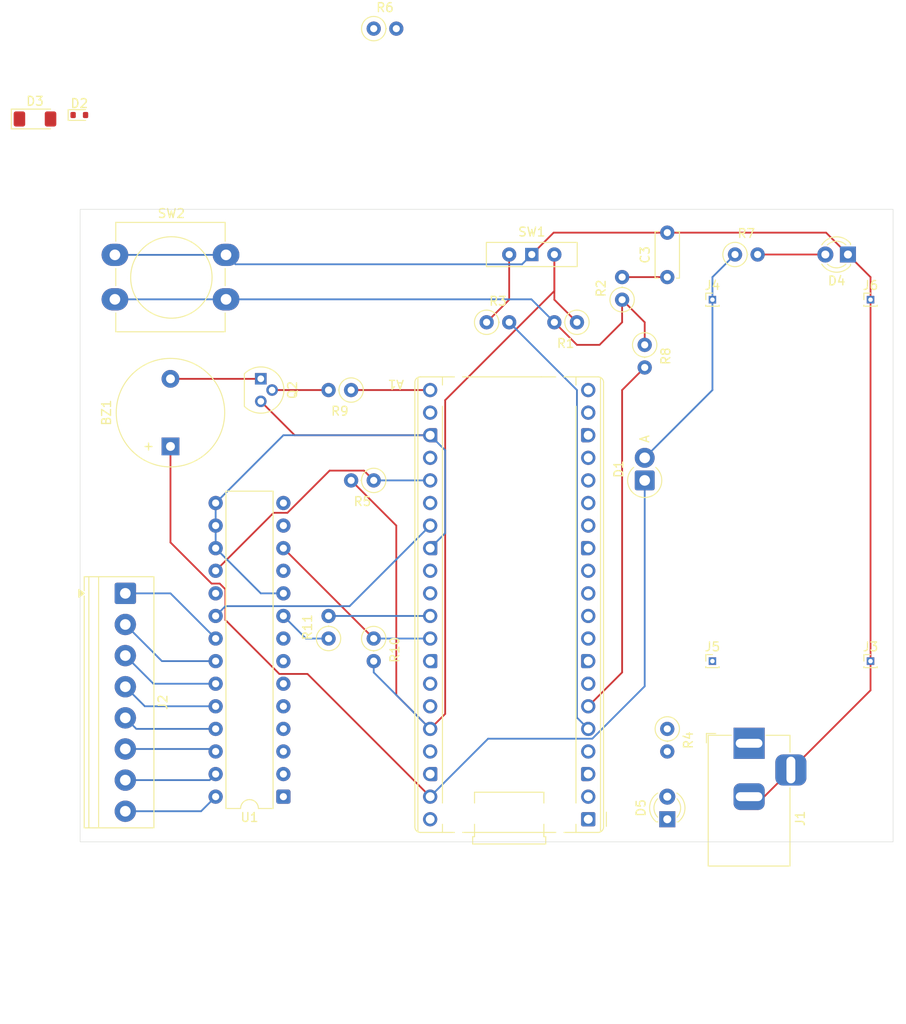
<source format=kicad_pcb>
(kicad_pcb (version 20241229) (generator "pcbnew") (generator_version "9.0")
  (layers (0 "F.Cu" signal) (2 "B.Cu" signal) (13 "F.Paste" user) (15 "B.Paste" user) (5 "F.SilkS" user "F.Silkscreen") (7 "B.SilkS" user "B.Silkscreen") (1 "F.Mask" user) (3 "B.Mask" user) (25 "Edge.Cuts" user))
  (net 0 "")
  (net 1 "GND")
  (net 10 "/RESET_SW")
  (net 12 "/ARM_DISARM")
  (net 16 "+3.3V")
  (net 21 "/INTA")
  (net 22 "/MCP_RESET")
  (net 23 "/UART_RX")
  (net 25 "/+5V_A")
  (net 27 "/UART_TX")
  (net 28 "/PICO_RUN")
  (net 30 "/VIN_PROT")
  (net 31 "Net-(C3-Pad1)")
  (net 32 "/VIN_RAW")
  (net 33 "Net-(D3-A)")
  (net 34 "/A7_IN")
  (net 35 "/A5_IN")
  (net 36 "/A4_IN")
  (net 37 "/A0_IN")
  (net 38 "/A2_IN")
  (net 39 "/A6_IN")
  (net 40 "/A1_IN")
  (net 41 "/A3_IN")
  (net 42 "Net-(SW2-B)")
  (net 43 "Net-(SW1-B)")
  (net 44 "/+5V_A_PRES")
  (net 49 "/SDA")
  (net 55 "/SCK")
  (net 59 "Net-(D4-A)")
  (net 60 "/BUZZER")
  (net 61 "Net-(Q2-B)")
  (net 62 "Net-(BZ1--)")
  (net 64 "Net-(D5-A)")
  (footprint "Connector_PinHeader_1.00mm:PinHeader_1x01_P1.00mm_Vertical" (layer "F.Cu") (at 170.18 137.16)
    (property "Reference" "J5" (at 0 -1.61 0) (layer "F.SilkS"))
    (property "Value" "01x01_Pin")
    (fp_line (start -0.745 -0.735) (end 0 -0.735) (stroke (width 0.12)) (layer "F.SilkS"))
    (fp_line (start -0.745 0) (end -0.745 -0.735) (stroke (width 0.12)) (layer "F.SilkS"))
    (fp_line (start -0.745 0.735) (end -0.745 0.61) (stroke (width 0.12)) (layer "F.SilkS"))
    (fp_line (start -0.745 0.735) (end -0.685565 0.735) (stroke (width 0.12)) (layer "F.SilkS"))
    (fp_line (start -0.745 0.735) (end 0.745 0.735) (stroke (width 0.12)) (layer "F.SilkS"))
    (fp_line (start 0.685565 0.735) (end 0.745 0.735) (stroke (width 0.12)) (layer "F.SilkS"))
    (fp_line (start 0.745 0.735) (end 0.745 0.61) (stroke (width 0.12)) (layer "F.SilkS"))
    (pad "1" thru_hole rect (at 0 0) (size 0.85 0.85) (drill 0.5) (layers "*.Cu" "*.Mask") (net 30 "/VIN_PROT"))
  )
  (footprint "Package_DIP:DIP-28_W7.62mm" (layer "F.Cu") (at 121.92 152.4 180)
    (property "Reference" "U1" (at 3.81 -2.33 0) (layer "F.SilkS"))
    (property "Value" "MCP23017_SP")
    (fp_line (start 6.46 34.35) (end 6.46 -1.33) (stroke (width 0.12)) (layer "F.SilkS"))
    (fp_line (start 6.46 -1.33) (end 4.81 -1.33) (stroke (width 0.12)) (layer "F.SilkS"))
    (fp_line (start 2.81 -1.33) (end 1.16 -1.33) (stroke (width 0.12)) (layer "F.SilkS"))
    (fp_line (start 1.16 34.35) (end 6.46 34.35) (stroke (width 0.12)) (layer "F.SilkS"))
    (fp_line (start 1.16 -1.33) (end 1.16 34.35) (stroke (width 0.12)) (layer "F.SilkS"))
    (fp_arc (start 4.81 -1.33) (mid 3.81 -0.33) (end 2.81 -1.33) (stroke (width 0.12)) (layer "F.SilkS"))
    (pad "1" thru_hole roundrect (at 0 0 180) (size 1.6 1.6) (drill 0.8) (layers "*.Cu" "*.Mask") (roundrect_rratio 0.15625))
    (pad "2" thru_hole circle (at 0 2.54 180) (size 1.6 1.6) (drill 0.8) (layers "*.Cu" "*.Mask"))
    (pad "3" thru_hole circle (at 0 5.08 180) (size 1.6 1.6) (drill 0.8) (layers "*.Cu" "*.Mask"))
    (pad "4" thru_hole circle (at 0 7.62 180) (size 1.6 1.6) (drill 0.8) (layers "*.Cu" "*.Mask"))
    (pad "5" thru_hole circle (at 0 10.16 180) (size 1.6 1.6) (drill 0.8) (layers "*.Cu" "*.Mask"))
    (pad "6" thru_hole circle (at 0 12.7 180) (size 1.6 1.6) (drill 0.8) (layers "*.Cu" "*.Mask"))
    (pad "7" thru_hole circle (at 0 15.24 180) (size 1.6 1.6) (drill 0.8) (layers "*.Cu" "*.Mask"))
    (pad "8" thru_hole circle (at 0 17.78 180) (size 1.6 1.6) (drill 0.8) (layers "*.Cu" "*.Mask"))
    (pad "9" thru_hole circle (at 0 20.32 180) (size 1.6 1.6) (drill 0.8) (layers "*.Cu" "*.Mask") (net 16 "+3.3V"))
    (pad "10" thru_hole circle (at 0 22.86 180) (size 1.6 1.6) (drill 0.8) (layers "*.Cu" "*.Mask") (net 1 "GND"))
    (pad "11" thru_hole circle (at 0 25.4 180) (size 1.6 1.6) (drill 0.8) (layers "*.Cu" "*.Mask"))
    (pad "12" thru_hole circle (at 0 27.94 180) (size 1.6 1.6) (drill 0.8) (layers "*.Cu" "*.Mask") (net 55 "/SCK"))
    (pad "13" thru_hole circle (at 0 30.48 180) (size 1.6 1.6) (drill 0.8) (layers "*.Cu" "*.Mask") (net 49 "/SDA"))
    (pad "14" thru_hole circle (at 0 33.02 180) (size 1.6 1.6) (drill 0.8) (layers "*.Cu" "*.Mask"))
    (pad "15" thru_hole circle (at 7.62 33.02 180) (size 1.6 1.6) (drill 0.8) (layers "*.Cu" "*.Mask") (net 1 "GND"))
    (pad "16" thru_hole circle (at 7.62 30.48 180) (size 1.6 1.6) (drill 0.8) (layers "*.Cu" "*.Mask") (net 1 "GND"))
    (pad "17" thru_hole circle (at 7.62 27.94 180) (size 1.6 1.6) (drill 0.8) (layers "*.Cu" "*.Mask") (net 1 "GND"))
    (pad "18" thru_hole circle (at 7.62 25.4 180) (size 1.6 1.6) (drill 0.8) (layers "*.Cu" "*.Mask") (net 22 "/MCP_RESET"))
    (pad "19" thru_hole circle (at 7.62 22.86 180) (size 1.6 1.6) (drill 0.8) (layers "*.Cu" "*.Mask"))
    (pad "20" thru_hole circle (at 7.62 20.32 180) (size 1.6 1.6) (drill 0.8) (layers "*.Cu" "*.Mask") (net 21 "/INTA"))
    (pad "21" thru_hole circle (at 7.62 17.78 180) (size 1.6 1.6) (drill 0.8) (layers "*.Cu" "*.Mask") (net 37 "/A0_IN"))
    (pad "22" thru_hole circle (at 7.62 15.24 180) (size 1.6 1.6) (drill 0.8) (layers "*.Cu" "*.Mask") (net 40 "/A1_IN"))
    (pad "23" thru_hole circle (at 7.62 12.7 180) (size 1.6 1.6) (drill 0.8) (layers "*.Cu" "*.Mask") (net 38 "/A2_IN"))
    (pad "24" thru_hole circle (at 7.62 10.16 180) (size 1.6 1.6) (drill 0.8) (layers "*.Cu" "*.Mask") (net 41 "/A3_IN"))
    (pad "25" thru_hole circle (at 7.62 7.62 180) (size 1.6 1.6) (drill 0.8) (layers "*.Cu" "*.Mask") (net 36 "/A4_IN"))
    (pad "26" thru_hole circle (at 7.62 5.08 180) (size 1.6 1.6) (drill 0.8) (layers "*.Cu" "*.Mask") (net 35 "/A5_IN"))
    (pad "27" thru_hole circle (at 7.62 2.54 180) (size 1.6 1.6) (drill 0.8) (layers "*.Cu" "*.Mask") (net 39 "/A6_IN"))
    (pad "28" thru_hole circle (at 7.62 0 180) (size 1.6 1.6) (drill 0.8) (layers "*.Cu" "*.Mask") (net 34 "/A7_IN"))
  )
  (footprint "Resistor_THT:R_Axial_DIN0207_L6.3mm_D2.5mm_P2.54mm_Vertical" (layer "F.Cu") (at 132.08 66.04)
    (property "Reference" "R6" (at 1.27 -2.37 0) (layer "F.SilkS"))
    (property "Value" "10k")
    (fp_line (start 1.37 0) (end 1.44 0) (stroke (width 0.12)) (layer "F.SilkS"))
    (fp_circle (center 0 0) (end 1.37 0) (stroke (width 0.12)) (fill no) (layer "F.SilkS"))
    (pad "1" thru_hole circle (at 0 0) (size 1.6 1.6) (drill 0.8) (layers "*.Cu" "*.Mask") (net 33 "Net-(D3-A)"))
    (pad "2" thru_hole circle (at 2.54 0) (size 1.6 1.6) (drill 0.8) (layers "*.Cu" "*.Mask") (net 1 "GND"))
  )
  (footprint "Module:RaspberryPi_Pico_Common_THT" (layer "F.Cu") (at 156.21 154.94 180)
    (property "Reference" "A1" (at 20.6375 48.895 180) (layer "F.SilkS") (effects (justify left)))
    (property "Value" "RaspberryPi_Pico_W")
    (fp_line (start 19.5 -0.87) (end 19.5 49.13) (stroke (width 0.12)) (layer "F.SilkS"))
    (fp_line (start 19.16 49.677) (end 19.16 -1.417) (stroke (width 0.12)) (layer "F.SilkS"))
    (fp_line (start 18.89 -1.48) (end 16.4 -1.48) (stroke (width 0.12)) (layer "F.SilkS"))
    (fp_line (start 16.4 48.82648) (end 16.4 49.74) (stroke (width 0.12)) (layer "F.SilkS"))
    (fp_line (start 16.4 1.82648) (end 16.4 46.43352) (stroke (width 0.12)) (layer "F.SilkS"))
    (fp_line (start 16.4 -1.48) (end 16.4 -0.56648) (stroke (width 0.12)) (layer "F.SilkS"))
    (fp_line (start 15.052061 49.74) (end 18.89 49.74) (stroke (width 0.12)) (layer "F.SilkS"))
    (fp_line (start 15.052061 -1.48) (end 16.4 -1.48) (stroke (width 0.12)) (layer "F.SilkS"))
    (fp_line (start 14.127939 49.74) (end 12.49 49.74) (stroke (width 0.12)) (layer "F.SilkS"))
    (fp_line (start 13.125 -1.48) (end 14.127939 -1.48) (stroke (width 0.12)) (layer "F.SilkS"))
    (fp_line (start 13 -1.96) (end 12.79 -1.96) (stroke (width 0.12)) (layer "F.SilkS"))
    (fp_line (start 13 -2.78) (end 13 -1.96) (stroke (width 0.12)) (layer "F.SilkS"))
    (fp_line (start 12.79 3.04) (end 4.99 3.04) (stroke (width 0.12)) (layer "F.SilkS"))
    (fp_line (start 12.79 1.824) (end 12.79 3.04) (stroke (width 0.12)) (layer "F.SilkS"))
    (fp_line (start 12.79 -1.96) (end 12.79 -0.564) (stroke (width 0.12)) (layer "F.SilkS"))
    (fp_line (start 12.49 49.74) (end 5.29 49.74) (stroke (width 0.12)) (layer "F.SilkS"))
    (fp_line (start 5.29 49.74) (end 3.652061 49.74) (stroke (width 0.12)) (layer "F.SilkS"))
    (fp_line (start 4.99 1.824) (end 4.99 3.04) (stroke (width 0.12)) (layer "F.SilkS"))
    (fp_line (start 4.99 -1.96) (end 4.99 -0.564) (stroke (width 0.12)) (layer "F.SilkS"))
    (fp_line (start 4.78 -1.96) (end 4.99 -1.96) (stroke (width 0.12)) (layer "F.SilkS"))
    (fp_line (start 4.78 -2.78) (end 13 -2.78) (stroke (width 0.12)) (layer "F.SilkS"))
    (fp_line (start 4.78 -2.78) (end 4.78 -1.96) (stroke (width 0.12)) (layer "F.SilkS"))
    (fp_line (start 4.655 -1.48) (end 13.125 -1.48) (stroke (width 0.12)) (layer "F.SilkS"))
    (fp_line (start 3.652061 -1.48) (end 4.655 -1.48) (stroke (width 0.12)) (layer "F.SilkS"))
    (fp_line (start 1.38 48.82648) (end 1.38 49.74) (stroke (width 0.12)) (layer "F.SilkS"))
    (fp_line (start 1.38 1.82648) (end 1.38 46.43352) (stroke (width 0.12)) (layer "F.SilkS"))
    (fp_line (start 1.38 -1.48) (end 2.72794 -1.48) (stroke (width 0.12)) (layer "F.SilkS"))
    (fp_line (start 1.38 -1.48) (end 1.38 -0.56648) (stroke (width 0.12)) (layer "F.SilkS"))
    (fp_line (start -1.11 49.74) (end 2.727939 49.74) (stroke (width 0.12)) (layer "F.SilkS"))
    (fp_line (start -1.11 -1.48) (end 1.38 -1.48) (stroke (width 0.12)) (layer "F.SilkS"))
    (fp_line (start -1.38 -1.417) (end -1.38 49.677) (stroke (width 0.12)) (layer "F.SilkS"))
    (fp_line (start -1.72 -0.87) (end -1.72 49.13) (stroke (width 0.12)) (layer "F.SilkS"))
    (fp_line (start -2.04 0.8) (end -2.04 -0.8) (stroke (width 0.12)) (layer "F.SilkS"))
    (fp_arc (start 19.5 49.13) (mid 19.321335 49.561335) (end 18.89 49.74) (stroke (width 0.12)) (layer "F.SilkS"))
    (fp_arc (start 18.89 -1.48) (mid 19.321335 -1.301335) (end 19.5 -0.87) (stroke (width 0.12)) (layer "F.SilkS"))
    (fp_arc (start -1.11 49.74) (mid -1.541364 49.561364) (end -1.72 49.13) (stroke (width 0.12)) (layer "F.SilkS"))
    (fp_arc (start -1.72 -0.87) (mid -1.541335 -1.301335) (end -1.11 -1.48) (stroke (width 0.12)) (layer "F.SilkS"))
    (pad "1" thru_hole roundrect (at 0 0 180) (size 1.6 1.6) (drill 1) (layers "*.Cu" "*.Mask") (roundrect_rratio 0.125) (net 23 "/UART_RX"))
    (pad "2" thru_hole circle (at 0 2.54 180) (size 1.6 1.6) (drill 1) (layers "*.Cu" "*.Mask") (net 27 "/UART_TX"))
    (pad "3" thru_hole custom (at 0 5.08 180) (size 1.6 1.6) (drill 1) (layers "*.Cu" "*.Mask") (net 1 "GND") (options (clearance outline) (anchor circle)) (primitives (gr_poly (pts (xy 0.8 0.6) (xy 0.8 -0.6) (xy 0.6 -0.8) (xy 0 -0.8) (xy 0 0.8) (xy 0.6 0.8)) (width 0) (fill yes)) (gr_circle (center 0.6 0.6) (end 0.8 0.6) (width 0) (fill yes)) (gr_circle (center 0.6 -0.6) (end 0.8 -0.6) (width 0) (fill yes))))
    (pad "4" thru_hole circle (at 0 7.62 180) (size 1.6 1.6) (drill 1) (layers "*.Cu" "*.Mask"))
    (pad "5" thru_hole circle (at 0 10.16 180) (size 1.6 1.6) (drill 1) (layers "*.Cu" "*.Mask") (net 12 "/ARM_DISARM"))
    (pad "6" thru_hole circle (at 0 12.7 180) (size 1.6 1.6) (drill 1) (layers "*.Cu" "*.Mask") (net 10 "/RESET_SW"))
    (pad "7" thru_hole circle (at 0 15.24 180) (size 1.6 1.6) (drill 1) (layers "*.Cu" "*.Mask"))
    (pad "8" thru_hole custom (at 0 17.78 180) (size 1.6 1.6) (drill 1) (layers "*.Cu" "*.Mask") (net 1 "GND") (options (clearance outline) (anchor circle)) (primitives (gr_poly (pts (xy 0.8 0.6) (xy 0.8 -0.6) (xy 0.6 -0.8) (xy 0 -0.8) (xy 0 0.8) (xy 0.6 0.8)) (width 0) (fill yes)) (gr_circle (center 0.6 0.6) (end 0.8 0.6) (width 0) (fill yes)) (gr_circle (center 0.6 -0.6) (end 0.8 -0.6) (width 0) (fill yes))))
    (pad "9" thru_hole circle (at 0 20.32 180) (size 1.6 1.6) (drill 1) (layers "*.Cu" "*.Mask"))
    (pad "10" thru_hole circle (at 0 22.86 180) (size 1.6 1.6) (drill 1) (layers "*.Cu" "*.Mask"))
    (pad "11" thru_hole circle (at 0 25.4 180) (size 1.6 1.6) (drill 1) (layers "*.Cu" "*.Mask"))
    (pad "12" thru_hole circle (at 0 27.94 180) (size 1.6 1.6) (drill 1) (layers "*.Cu" "*.Mask"))
    (pad "13" thru_hole custom (at 0 30.48 180) (size 1.6 1.6) (drill 1) (layers "*.Cu" "*.Mask") (net 1 "GND") (options (clearance outline) (anchor circle)) (primitives (gr_poly (pts (xy 0.8 0.6) (xy 0.8 -0.6) (xy 0.6 -0.8) (xy 0 -0.8) (xy 0 0.8) (xy 0.6 0.8)) (width 0) (fill yes)) (gr_circle (center 0.6 0.6) (end 0.8 0.6) (width 0) (fill yes)) (gr_circle (center 0.6 -0.6) (end 0.8 -0.6) (width 0) (fill yes))))
    (pad "14" thru_hole circle (at 0 33.02 180) (size 1.6 1.6) (drill 1) (layers "*.Cu" "*.Mask"))
    (pad "15" thru_hole circle (at 0 35.56 180) (size 1.6 1.6) (drill 1) (layers "*.Cu" "*.Mask"))
    (pad "16" thru_hole circle (at 0 38.1 180) (size 1.6 1.6) (drill 1) (layers "*.Cu" "*.Mask"))
    (pad "17" thru_hole circle (at 0 40.64 180) (size 1.6 1.6) (drill 1) (layers "*.Cu" "*.Mask"))
    (pad "18" thru_hole custom (at 0 43.18 180) (size 1.6 1.6) (drill 1) (layers "*.Cu" "*.Mask") (net 1 "GND") (options (clearance outline) (anchor circle)) (primitives (gr_poly (pts (xy 0.8 0.6) (xy 0.8 -0.6) (xy 0.6 -0.8) (xy 0 -0.8) (xy 0 0.8) (xy 0.6 0.8)) (width 0) (fill yes)) (gr_circle (center 0.6 0.6) (end 0.8 0.6) (width 0) (fill yes)) (gr_circle (center 0.6 -0.6) (end 0.8 -0.6) (width 0) (fill yes))))
    (pad "19" thru_hole circle (at 0 45.72 180) (size 1.6 1.6) (drill 1) (layers "*.Cu" "*.Mask"))
    (pad "20" thru_hole circle (at 0 48.26 180) (size 1.6 1.6) (drill 1) (layers "*.Cu" "*.Mask"))
    (pad "21" thru_hole circle (at 17.78 48.26 180) (size 1.6 1.6) (drill 1) (layers "*.Cu" "*.Mask") (net 60 "/BUZZER"))
    (pad "22" thru_hole circle (at 17.78 45.72 180) (size 1.6 1.6) (drill 1) (layers "*.Cu" "*.Mask"))
    (pad "23" thru_hole custom (at 17.78 43.18 180) (size 1.6 1.6) (drill 1) (layers "*.Cu" "*.Mask") (net 1 "GND") (options (clearance outline) (anchor circle)) (primitives (gr_poly (pts (xy -0.8 0.6) (xy -0.8 -0.6) (xy -0.6 -0.8) (xy 0 -0.8) (xy 0 0.8) (xy -0.6 0.8)) (width 0) (fill yes)) (gr_circle (center -0.6 0.6) (end -0.4 0.6) (width 0) (fill yes)) (gr_circle (center -0.6 -0.6) (end -0.4 -0.6) (width 0) (fill yes))))
    (pad "24" thru_hole circle (at 17.78 40.64 180) (size 1.6 1.6) (drill 1) (layers "*.Cu" "*.Mask"))
    (pad "25" thru_hole circle (at 17.78 38.1 180) (size 1.6 1.6) (drill 1) (layers "*.Cu" "*.Mask") (net 22 "/MCP_RESET"))
    (pad "26" thru_hole circle (at 17.78 35.56 180) (size 1.6 1.6) (drill 1) (layers "*.Cu" "*.Mask"))
    (pad "27" thru_hole circle (at 17.78 33.02 180) (size 1.6 1.6) (drill 1) (layers "*.Cu" "*.Mask") (net 21 "/INTA"))
    (pad "28" thru_hole custom (at 17.78 30.48 180) (size 1.6 1.6) (drill 1) (layers "*.Cu" "*.Mask") (net 1 "GND") (options (clearance outline) (anchor circle)) (primitives (gr_poly (pts (xy -0.8 0.6) (xy -0.8 -0.6) (xy -0.6 -0.8) (xy 0 -0.8) (xy 0 0.8) (xy -0.6 0.8)) (width 0) (fill yes)) (gr_circle (center -0.6 0.6) (end -0.4 0.6) (width 0) (fill yes)) (gr_circle (center -0.6 -0.6) (end -0.4 -0.6) (width 0) (fill yes))))
    (pad "29" thru_hole circle (at 17.78 27.94 180) (size 1.6 1.6) (drill 1) (layers "*.Cu" "*.Mask"))
    (pad "30" thru_hole circle (at 17.78 25.4 180) (size 1.6 1.6) (drill 1) (layers "*.Cu" "*.Mask") (net 28 "/PICO_RUN"))
    (pad "31" thru_hole circle (at 17.78 22.86 180) (size 1.6 1.6) (drill 1) (layers "*.Cu" "*.Mask") (net 49 "/SDA"))
    (pad "32" thru_hole circle (at 17.78 20.32 180) (size 1.6 1.6) (drill 1) (layers "*.Cu" "*.Mask") (net 55 "/SCK"))
    (pad "33" thru_hole custom (at 17.78 17.78 180) (size 1.6 1.6) (drill 1) (layers "*.Cu" "*.Mask") (options (clearance outline) (anchor circle)) (primitives (gr_poly (pts (xy -0.8 0.6) (xy -0.8 -0.6) (xy -0.6 -0.8) (xy 0 -0.8) (xy 0 0.8) (xy -0.6 0.8)) (width 0) (fill yes)) (gr_circle (center -0.6 0.6) (end -0.4 0.6) (width 0) (fill yes)) (gr_circle (center -0.6 -0.6) (end -0.4 -0.6) (width 0) (fill yes))))
    (pad "34" thru_hole circle (at 17.78 15.24 180) (size 1.6 1.6) (drill 1) (layers "*.Cu" "*.Mask"))
    (pad "35" thru_hole circle (at 17.78 12.7 180) (size 1.6 1.6) (drill 1) (layers "*.Cu" "*.Mask"))
    (pad "36" thru_hole circle (at 17.78 10.16 180) (size 1.6 1.6) (drill 1) (layers "*.Cu" "*.Mask") (net 16 "+3.3V"))
    (pad "37" thru_hole circle (at 17.78 7.62 180) (size 1.6 1.6) (drill 1) (layers "*.Cu" "*.Mask"))
    (pad "38" thru_hole custom (at 17.78 5.08 180) (size 1.6 1.6) (drill 1) (layers "*.Cu" "*.Mask") (net 1 "GND") (options (clearance outline) (anchor circle)) (primitives (gr_poly (pts (xy -0.8 0.6) (xy -0.8 -0.6) (xy -0.6 -0.8) (xy 0 -0.8) (xy 0 0.8) (xy -0.6 0.8)) (width 0) (fill yes)) (gr_circle (center -0.6 0.6) (end -0.4 0.6) (width 0) (fill yes)) (gr_circle (center -0.6 -0.6) (end -0.4 -0.6) (width 0) (fill yes))))
    (pad "39" thru_hole circle (at 17.78 2.54 180) (size 1.6 1.6) (drill 1) (layers "*.Cu" "*.Mask") (net 25 "/+5V_A"))
    (pad "40" thru_hole circle (at 17.78 0 180) (size 1.6 1.6) (drill 1) (layers "*.Cu" "*.Mask"))
  )
  (footprint "Resistor_THT:R_Axial_DIN0207_L6.3mm_D2.5mm_P2.54mm_Vertical" (layer "F.Cu") (at 144.78 99.06)
    (property "Reference" "R3" (at 1.27 -2.37 0) (layer "F.SilkS"))
    (property "Value" "1k")
    (fp_line (start 1.37 0) (end 1.44 0) (stroke (width 0.12)) (layer "F.SilkS"))
    (fp_circle (center 0 0) (end 1.37 0) (stroke (width 0.12)) (fill no) (layer "F.SilkS"))
    (pad "1" thru_hole circle (at 0 0) (size 1.6 1.6) (drill 0.8) (layers "*.Cu" "*.Mask") (net 43 "Net-(SW1-B)"))
    (pad "2" thru_hole circle (at 2.54 0) (size 1.6 1.6) (drill 0.8) (layers "*.Cu" "*.Mask") (net 12 "/ARM_DISARM"))
  )
  (footprint "Resistor_THT:R_Axial_DIN0207_L6.3mm_D2.5mm_P2.54mm_Vertical" (layer "F.Cu") (at 132.08 116.84 180)
    (property "Reference" "R5" (at 1.27 -2.37 0) (layer "F.SilkS"))
    (property "Value" "10k")
    (fp_line (start 1.37 0) (end 1.44 0) (stroke (width 0.12)) (layer "F.SilkS"))
    (fp_circle (center 0 0) (end 1.37 0) (stroke (width 0.12)) (fill no) (layer "F.SilkS"))
    (pad "1" thru_hole circle (at 0 0 180) (size 1.6 1.6) (drill 0.8) (layers "*.Cu" "*.Mask") (net 22 "/MCP_RESET"))
    (pad "2" thru_hole circle (at 2.54 0 180) (size 1.6 1.6) (drill 0.8) (layers "*.Cu" "*.Mask") (net 16 "+3.3V"))
  )
  (footprint "Resistor_THT:R_Axial_DIN0207_L6.3mm_D2.5mm_P2.54mm_Vertical" (layer "F.Cu") (at 132.08 134.62 -90)
    (property "Reference" "R10" (at 1.27 -2.37 90) (layer "F.SilkS"))
    (property "Value" "4,7k")
    (fp_line (start 1.37 0) (end 1.44 0) (stroke (width 0.12)) (layer "F.SilkS"))
    (fp_circle (center 0 0) (end 1.37 0) (stroke (width 0.12)) (fill no) (layer "F.SilkS"))
    (pad "1" thru_hole circle (at 0 0 270) (size 1.6 1.6) (drill 0.8) (layers "*.Cu" "*.Mask") (net 55 "/SCK"))
    (pad "2" thru_hole circle (at 2.54 0 270) (size 1.6 1.6) (drill 0.8) (layers "*.Cu" "*.Mask") (net 16 "+3.3V"))
  )
  (footprint "Resistor_THT:R_Axial_DIN0207_L6.3mm_D2.5mm_P2.54mm_Vertical" (layer "F.Cu") (at 127 134.62 90)
    (property "Reference" "R11" (at 1.27 -2.37 90) (layer "F.SilkS"))
    (property "Value" "4,7k")
    (fp_line (start 1.37 0) (end 1.44 0) (stroke (width 0.12)) (layer "F.SilkS"))
    (fp_circle (center 0 0) (end 1.37 0) (stroke (width 0.12)) (fill no) (layer "F.SilkS"))
    (pad "1" thru_hole circle (at 0 0 90) (size 1.6 1.6) (drill 0.8) (layers "*.Cu" "*.Mask") (net 16 "+3.3V"))
    (pad "2" thru_hole circle (at 2.54 0 90) (size 1.6 1.6) (drill 0.8) (layers "*.Cu" "*.Mask") (net 49 "/SDA"))
  )
  (footprint "Diode_SMD:D_SOD-523" (layer "F.Cu") (at 98.97 75.755)
    (property "Reference" "D2" (at 0 -1.3 0) (layer "F.SilkS"))
    (property "Value" "ESD5Zxx")
    (fp_line (start -1.26 -0.6) (end -1.26 0.6) (stroke (width 0.12)) (layer "F.SilkS"))
    (fp_line (start 0.7 -0.6) (end -1.26 -0.6) (stroke (width 0.12)) (layer "F.SilkS"))
    (fp_line (start 0.7 0.6) (end -1.26 0.6) (stroke (width 0.12)) (layer "F.SilkS"))
    (pad "1" smd roundrect (at -0.7 0 180) (size 0.6 0.7) (layers "F.Cu" "F.Mask" "F.Paste") (net 32 "/VIN_RAW"))
    (pad "2" smd roundrect (at 0.7 0 180) (size 0.6 0.7) (layers "F.Cu" "F.Mask" "F.Paste") (net 1 "GND"))
  )
  (footprint "Resistor_THT:R_Axial_DIN0207_L6.3mm_D2.5mm_P2.54mm_Vertical" (layer "F.Cu") (at 162.56 101.6 -90)
    (property "Reference" "R8" (at 1.27 -2.37 90) (layer "F.SilkS"))
    (property "Value" "1k")
    (fp_line (start 1.37 0) (end 1.44 0) (stroke (width 0.12)) (layer "F.SilkS"))
    (fp_circle (center 0 0) (end 1.37 0) (stroke (width 0.12)) (fill no) (layer "F.SilkS"))
    (pad "1" thru_hole circle (at 0 0 270) (size 1.6 1.6) (drill 0.8) (layers "*.Cu" "*.Mask") (net 42 "Net-(SW2-B)"))
    (pad "2" thru_hole circle (at 2.54 0 270) (size 1.6 1.6) (drill 0.8) (layers "*.Cu" "*.Mask") (net 10 "/RESET_SW"))
  )
  (footprint "Resistor_THT:R_Axial_DIN0207_L6.3mm_D2.5mm_P2.54mm_Vertical" (layer "F.Cu") (at 172.72 91.44)
    (property "Reference" "R7" (at 1.27 -2.37 0) (layer "F.SilkS"))
    (property "Value" "1k")
    (fp_line (start 1.37 0) (end 1.44 0) (stroke (width 0.12)) (layer "F.SilkS"))
    (fp_circle (center 0 0) (end 1.37 0) (stroke (width 0.12)) (fill no) (layer "F.SilkS"))
    (pad "1" thru_hole circle (at 0 0) (size 1.6 1.6) (drill 0.8) (layers "*.Cu" "*.Mask") (net 44 "/+5V_A_PRES"))
    (pad "2" thru_hole circle (at 2.54 0) (size 1.6 1.6) (drill 0.8) (layers "*.Cu" "*.Mask") (net 59 "Net-(D4-A)"))
  )
  (footprint "Connector_PinHeader_1.00mm:PinHeader_1x01_P1.00mm_Vertical" (layer "F.Cu") (at 170.18 96.52)
    (property "Reference" "J4" (at 0 -1.61 0) (layer "F.SilkS"))
    (property "Value" "01x01_Pin")
    (fp_line (start -0.745 -0.735) (end 0 -0.735) (stroke (width 0.12)) (layer "F.SilkS"))
    (fp_line (start -0.745 0) (end -0.745 -0.735) (stroke (width 0.12)) (layer "F.SilkS"))
    (fp_line (start -0.745 0.735) (end -0.745 0.61) (stroke (width 0.12)) (layer "F.SilkS"))
    (fp_line (start -0.745 0.735) (end -0.685565 0.735) (stroke (width 0.12)) (layer "F.SilkS"))
    (fp_line (start -0.745 0.735) (end 0.745 0.735) (stroke (width 0.12)) (layer "F.SilkS"))
    (fp_line (start 0.685565 0.735) (end 0.745 0.735) (stroke (width 0.12)) (layer "F.SilkS"))
    (fp_line (start 0.745 0.735) (end 0.745 0.61) (stroke (width 0.12)) (layer "F.SilkS"))
    (pad "1" thru_hole rect (at 0 0) (size 0.85 0.85) (drill 0.5) (layers "*.Cu" "*.Mask") (net 44 "/+5V_A_PRES"))
  )
  (footprint "Connector_BarrelJack:BarrelJack_Horizontal" (layer "F.Cu") (at 174.3025 146.4 90)
    (property "Reference" "J1" (at -8.45 5.75 90) (layer "F.SilkS"))
    (property "Value" "Barrel_Jack_Switch")
    (fp_line (start 0.05 -4.8) (end 1.1 -4.8) (stroke (width 0.12)) (layer "F.SilkS"))
    (fp_line (start 0.9 -4.6) (end 0.9 -2) (stroke (width 0.12)) (layer "F.SilkS"))
    (fp_line (start -13.8 -4.6) (end 0.9 -4.6) (stroke (width 0.12)) (layer "F.SilkS"))
    (fp_line (start 1.1 -3.75) (end 1.1 -4.8) (stroke (width 0.12)) (layer "F.SilkS"))
    (fp_line (start 0.9 1.9) (end 0.9 4.6) (stroke (width 0.12)) (layer "F.SilkS"))
    (fp_line (start 0.9 4.6) (end -1 4.6) (stroke (width 0.12)) (layer "F.SilkS"))
    (fp_line (start -5 4.6) (end -13.8 4.6) (stroke (width 0.12)) (layer "F.SilkS"))
    (fp_line (start -13.8 4.6) (end -13.8 -4.6) (stroke (width 0.12)) (layer "F.SilkS"))
    (pad "1" thru_hole rect (at 0 0 90) (size 3.5 3.5) (drill oval 1 3) (layers "*.Cu" "*.Mask") (net 32 "/VIN_RAW"))
    (pad "2" thru_hole roundrect (at -6 0 90) (size 3 3.5) (drill oval 1 3) (layers "*.Cu" "*.Mask") (net 1 "GND"))
    (pad "3" thru_hole roundrect (at -3 4.7 90) (size 3.5 3.5) (drill oval 3 1) (layers "*.Cu" "*.Mask") (net 1 "GND"))
  )
  (footprint "Resistor_THT:R_Axial_DIN0207_L6.3mm_D2.5mm_P2.54mm_Vertical" (layer "F.Cu") (at 160.02 96.52 90)
    (property "Reference" "R2" (at 1.27 -2.37 90) (layer "F.SilkS"))
    (property "Value" "1k")
    (fp_line (start 1.37 0) (end 1.44 0) (stroke (width 0.12)) (layer "F.SilkS"))
    (fp_circle (center 0 0) (end 1.37 0) (stroke (width 0.12)) (fill no) (layer "F.SilkS"))
    (pad "1" thru_hole circle (at 0 0 90) (size 1.6 1.6) (drill 0.8) (layers "*.Cu" "*.Mask") (net 42 "Net-(SW2-B)"))
    (pad "2" thru_hole circle (at 2.54 0 90) (size 1.6 1.6) (drill 0.8) (layers "*.Cu" "*.Mask") (net 31 "Net-(C3-Pad1)"))
  )
  (footprint "Diode_SMD:D_MiniMELF" (layer "F.Cu") (at 93.98 76.2)
    (property "Reference" "D3" (at 0 -2 0) (layer "F.SilkS"))
    (property "Value" "BZV55B12")
    (fp_line (start -2.66 -1.11) (end -2.66 1.11) (stroke (width 0.12)) (layer "F.SilkS"))
    (fp_line (start -2.66 1.11) (end 1.75 1.11) (stroke (width 0.12)) (layer "F.SilkS"))
    (fp_line (start 1.75 -1.11) (end -2.66 -1.11) (stroke (width 0.12)) (layer "F.SilkS"))
    (pad "1" smd roundrect (at -1.75 0) (size 1.3 1.7) (layers "F.Cu" "F.Mask" "F.Paste") (roundrect_rratio 0.1923076923) (net 30 "/VIN_PROT"))
    (pad "2" smd roundrect (at 1.75 0) (size 1.3 1.7) (layers "F.Cu" "F.Mask" "F.Paste") (roundrect_rratio 0.1923076923) (net 33 "Net-(D3-A)"))
  )
  (footprint "Resistor_THT:R_Axial_DIN0207_L6.3mm_D2.5mm_P2.54mm_Vertical" (layer "F.Cu") (at 154.94 99.06 180)
    (property "Reference" "R1" (at 1.27 -2.37 0) (layer "F.SilkS"))
    (property "Value" "10k")
    (fp_line (start 1.37 0) (end 1.44 0) (stroke (width 0.12)) (layer "F.SilkS"))
    (fp_circle (center 0 0) (end 1.37 0) (stroke (width 0.12)) (fill no) (layer "F.SilkS"))
    (pad "1" thru_hole circle (at 0 0 180) (size 1.6 1.6) (drill 0.8) (layers "*.Cu" "*.Mask") (net 16 "+3.3V"))
    (pad "2" thru_hole circle (at 2.54 0 180) (size 1.6 1.6) (drill 0.8) (layers "*.Cu" "*.Mask") (net 42 "Net-(SW2-B)"))
  )
  (footprint "Diode_THT:D_DO-15_P2.54mm_Vertical_AnodeUp" (layer "F.Cu") (at 162.56 116.84 90)
    (property "Reference" "D1" (at 1.27 -2.92 90) (layer "F.SilkS"))
    (property "Value" "D_Schottky")
    (fp_arc (start 1.465879 1.24) (mid -1.92 0) (end 1.465879 -1.24) (stroke (width 0.12)) (layer "F.SilkS"))
    (fp_text user "A" (at 4.66 0 90) (layer "F.SilkS"))
    (pad "1" thru_hole roundrect (at 0 0 90) (size 2.24 2.24) (drill 1.2) (layers "*.Cu" "*.Mask") (roundrect_rratio 0.111607) (net 25 "/+5V_A"))
    (pad "2" thru_hole circle (at 2.54 0 90) (size 2.24 2.24) (drill 1.2) (layers "*.Cu" "*.Mask") (net 44 "/+5V_A_PRES"))
  )
  (footprint "Package_TO_SOT_THT:TO-92" (layer "F.Cu") (at 119.38 105.41 -90)
    (property "Reference" "Q2" (at 1.27 -3.56 90) (layer "F.SilkS"))
    (property "Value" "NPN")
    (fp_line (start -0.53 1.85) (end 3.07 1.85) (stroke (width 0.12)) (layer "F.SilkS"))
    (fp_arc (start -0.568478 1.838478) (mid -1.132087 -0.994977) (end 1.27 -2.6) (stroke (width 0.12)) (layer "F.SilkS"))
    (fp_arc (start 1.27 -2.6) (mid 3.672087 -0.994977) (end 3.108478 1.838478) (stroke (width 0.12)) (layer "F.SilkS"))
    (pad "1" thru_hole rect (at 0 0 270) (size 1.3 1.3) (drill 0.75) (layers "*.Cu" "*.Mask") (net 62 "Net-(BZ1--)"))
    (pad "2" thru_hole circle (at 1.27 -1.27 270) (size 1.3 1.3) (drill 0.75) (layers "*.Cu" "*.Mask") (net 61 "Net-(Q2-B)"))
    (pad "3" thru_hole circle (at 2.54 0 270) (size 1.3 1.3) (drill 0.75) (layers "*.Cu" "*.Mask") (net 1 "GND"))
  )
  (footprint "Connector_PinHeader_1.00mm:PinHeader_1x01_P1.00mm_Vertical" (layer "F.Cu") (at 187.96 96.52)
    (property "Reference" "J6" (at 0 -1.61 0) (layer "F.SilkS"))
    (property "Value" "01x01_Pin")
    (fp_line (start -0.745 -0.735) (end 0 -0.735) (stroke (width 0.12)) (layer "F.SilkS"))
    (fp_line (start -0.745 0) (end -0.745 -0.735) (stroke (width 0.12)) (layer "F.SilkS"))
    (fp_line (start -0.745 0.735) (end -0.745 0.61) (stroke (width 0.12)) (layer "F.SilkS"))
    (fp_line (start -0.745 0.735) (end -0.685565 0.735) (stroke (width 0.12)) (layer "F.SilkS"))
    (fp_line (start -0.745 0.735) (end 0.745 0.735) (stroke (width 0.12)) (layer "F.SilkS"))
    (fp_line (start 0.685565 0.735) (end 0.745 0.735) (stroke (width 0.12)) (layer "F.SilkS"))
    (fp_line (start 0.745 0.735) (end 0.745 0.61) (stroke (width 0.12)) (layer "F.SilkS"))
    (pad "1" thru_hole rect (at 0 0) (size 0.85 0.85) (drill 0.5) (layers "*.Cu" "*.Mask") (net 1 "GND"))
  )
  (footprint "Connector_PinHeader_1.00mm:PinHeader_1x01_P1.00mm_Vertical" (layer "F.Cu") (at 187.96 137.16)
    (property "Reference" "J3" (at 0 -1.61 0) (layer "F.SilkS"))
    (property "Value" "01x01_Pin")
    (fp_line (start -0.745 -0.735) (end 0 -0.735) (stroke (width 0.12)) (layer "F.SilkS"))
    (fp_line (start -0.745 0) (end -0.745 -0.735) (stroke (width 0.12)) (layer "F.SilkS"))
    (fp_line (start -0.745 0.735) (end -0.745 0.61) (stroke (width 0.12)) (layer "F.SilkS"))
    (fp_line (start -0.745 0.735) (end -0.685565 0.735) (stroke (width 0.12)) (layer "F.SilkS"))
    (fp_line (start -0.745 0.735) (end 0.745 0.735) (stroke (width 0.12)) (layer "F.SilkS"))
    (fp_line (start 0.685565 0.735) (end 0.745 0.735) (stroke (width 0.12)) (layer "F.SilkS"))
    (fp_line (start 0.745 0.735) (end 0.745 0.61) (stroke (width 0.12)) (layer "F.SilkS"))
    (pad "1" thru_hole rect (at 0 0) (size 0.85 0.85) (drill 0.5) (layers "*.Cu" "*.Mask") (net 1 "GND"))
  )
  (footprint "Resistor_THT:R_Axial_DIN0207_L6.3mm_D2.5mm_P2.54mm_Vertical" (layer "F.Cu") (at 129.54 106.68 180)
    (property "Reference" "R9" (at 1.27 -2.37 0) (layer "F.SilkS"))
    (property "Value" "1k")
    (fp_line (start 1.37 0) (end 1.44 0) (stroke (width 0.12)) (layer "F.SilkS"))
    (fp_circle (center 0 0) (end 1.37 0) (stroke (width 0.12)) (fill no) (layer "F.SilkS"))
    (pad "1" thru_hole circle (at 0 0 180) (size 1.6 1.6) (drill 0.8) (layers "*.Cu" "*.Mask") (net 60 "/BUZZER"))
    (pad "2" thru_hole circle (at 2.54 0 180) (size 1.6 1.6) (drill 0.8) (layers "*.Cu" "*.Mask") (net 61 "Net-(Q2-B)"))
  )
  (footprint "LED_THT:LED_D3.0mm" (layer "F.Cu") (at 165.1 154.94 90)
    (property "Reference" "D5" (at 1.27 -2.96 90) (layer "F.SilkS"))
    (property "Value" "LED")
    (fp_line (start -0.29 -1.236) (end -0.29 -1.08) (stroke (width 0.12)) (layer "F.SilkS"))
    (fp_line (start -0.29 1.08) (end -0.29 1.236) (stroke (width 0.12)) (layer "F.SilkS"))
    (fp_arc (start -0.29 -1.235516) (mid 1.36566 -1.987699) (end 2.941437 -1.08) (stroke (width 0.12)) (layer "F.SilkS"))
    (fp_arc (start 0.229039 -1.08) (mid 1.27 -1.5) (end 2.310961 -1.08) (stroke (width 0.12)) (layer "F.SilkS"))
    (fp_arc (start 2.941437 1.08) (mid 1.36566 1.987699) (end -0.29 1.235516) (stroke (width 0.12)) (layer "F.SilkS"))
    (fp_arc (start 2.310961 1.08) (mid 1.27 1.5) (end 0.229039 1.08) (stroke (width 0.12)) (layer "F.SilkS"))
    (pad "1" thru_hole rect (at 0 0 90) (size 1.8 1.8) (drill 0.9) (layers "*.Cu" "*.Mask") (net 1 "GND"))
    (pad "2" thru_hole circle (at 2.54 0 90) (size 1.8 1.8) (drill 0.9) (layers "*.Cu" "*.Mask") (net 64 "Net-(D5-A)"))
  )
  (footprint "Resistor_THT:R_Axial_DIN0207_L6.3mm_D2.5mm_P2.54mm_Vertical" (layer "F.Cu") (at 165.1 144.78 -90)
    (property "Reference" "R4" (at 1.27 -2.37 90) (layer "F.SilkS"))
    (property "Value" "1k")
    (fp_line (start 1.37 0) (end 1.44 0) (stroke (width 0.12)) (layer "F.SilkS"))
    (fp_circle (center 0 0) (end 1.37 0) (stroke (width 0.12)) (fill no) (layer "F.SilkS"))
    (pad "1" thru_hole circle (at 0 0 270) (size 1.6 1.6) (drill 0.8) (layers "*.Cu" "*.Mask") (net 32 "/VIN_RAW"))
    (pad "2" thru_hole circle (at 2.54 0 270) (size 1.6 1.6) (drill 0.8) (layers "*.Cu" "*.Mask") (net 64 "Net-(D5-A)"))
  )
  (footprint "Capacitor_THT:C_Disc_D5.0mm_W2.5mm_P5.00mm" (layer "F.Cu") (at 165.1 93.98 90)
    (property "Reference" "C3" (at 2.5 -2.5 90) (layer "F.SilkS"))
    (property "Value" "0,1u")
    (fp_line (start 5.12 -1.37) (end 5.12 -1.033) (stroke (width 0.12)) (layer "F.SilkS"))
    (fp_line (start -0.12 -1.37) (end 5.12 -1.37) (stroke (width 0.12)) (layer "F.SilkS"))
    (fp_line (start -0.12 -1.37) (end -0.12 -1.033) (stroke (width 0.12)) (layer "F.SilkS"))
    (fp_line (start 5.12 1.033) (end 5.12 1.37) (stroke (width 0.12)) (layer "F.SilkS"))
    (fp_line (start -0.12 1.033) (end -0.12 1.37) (stroke (width 0.12)) (layer "F.SilkS"))
    (fp_line (start -0.12 1.37) (end 5.12 1.37) (stroke (width 0.12)) (layer "F.SilkS"))
    (pad "1" thru_hole circle (at 0 0 90) (size 1.6 1.6) (drill 0.8) (layers "*.Cu" "*.Mask") (net 31 "Net-(C3-Pad1)"))
    (pad "2" thru_hole circle (at 5 0 90) (size 1.6 1.6) (drill 0.8) (layers "*.Cu" "*.Mask") (net 1 "GND"))
  )
  (footprint "TerminalBlock_Phoenix:TerminalBlock_Phoenix_PT-1,5-8-3.5-H_1x08_P3.50mm_Horizontal" (layer "F.Cu") (at 104.14 129.54 -90)
    (property "Reference" "J2" (at 12.25 -4.22 90) (layer "F.SilkS"))
    (property "Value" "Screw_Terminal_01x08")
    (fp_line (start -1.87 4.62) (end -0.3 4.62) (stroke (width 0.12)) (layer "F.SilkS"))
    (fp_line (start 0.3 4.62) (end 26.37 4.62) (stroke (width 0.12)) (layer "F.SilkS"))
    (fp_line (start -1.87 4.1) (end 26.37 4.1) (stroke (width 0.12)) (layer "F.SilkS"))
    (fp_line (start -1.87 3) (end 26.37 3) (stroke (width 0.12)) (layer "F.SilkS"))
    (fp_line (start -1.87 -3.22) (end -1.87 4.62) (stroke (width 0.12)) (layer "F.SilkS"))
    (fp_line (start -1.87 -3.22) (end 26.37 -3.22) (stroke (width 0.12)) (layer "F.SilkS"))
    (fp_line (start 26.37 -3.22) (end 26.37 4.62) (stroke (width 0.12)) (layer "F.SilkS"))
    (fp_poly (pts (xy 0 4.62) (xy 0.44 5.23) (xy -0.44 5.23)) (stroke (width 0.12)) (fill yes) (layer "F.SilkS"))
    (pad "1" thru_hole roundrect (at 0 0 270) (size 2.4 2.4) (drill 1.2) (layers "*.Cu" "*.Mask") (roundrect_rratio 0.104167) (net 37 "/A0_IN"))
    (pad "2" thru_hole circle (at 3.5 0 270) (size 2.4 2.4) (drill 1.2) (layers "*.Cu" "*.Mask") (net 40 "/A1_IN"))
    (pad "3" thru_hole circle (at 7 0 270) (size 2.4 2.4) (drill 1.2) (layers "*.Cu" "*.Mask") (net 38 "/A2_IN"))
    (pad "4" thru_hole circle (at 10.5 0 270) (size 2.4 2.4) (drill 1.2) (layers "*.Cu" "*.Mask") (net 41 "/A3_IN"))
    (pad "5" thru_hole circle (at 14 0 270) (size 2.4 2.4) (drill 1.2) (layers "*.Cu" "*.Mask") (net 36 "/A4_IN"))
    (pad "6" thru_hole circle (at 17.5 0 270) (size 2.4 2.4) (drill 1.2) (layers "*.Cu" "*.Mask") (net 35 "/A5_IN"))
    (pad "7" thru_hole circle (at 21 0 270) (size 2.4 2.4) (drill 1.2) (layers "*.Cu" "*.Mask") (net 39 "/A6_IN"))
    (pad "8" thru_hole circle (at 24.5 0 270) (size 2.4 2.4) (drill 1.2) (layers "*.Cu" "*.Mask") (net 34 "/A7_IN"))
  )
  (footprint "Buzzer_Beeper:Buzzer_12x9.5RM7.6" (layer "F.Cu") (at 109.22 113.02 90)
    (property "Reference" "BZ1" (at 3.8 -7.2 90) (layer "F.SilkS"))
    (property "Value" "Buzzer")
    (fp_circle (center 3.8 0) (end 9.9 0) (stroke (width 0.12)) (fill no) (layer "F.SilkS"))
    (fp_text user "+" (at -0.01 -2.54 90) (layer "F.SilkS"))
    (pad "1" thru_hole rect (at 0 0 90) (size 2 2) (drill 1) (layers "*.Cu" "*.Mask") (net 25 "/+5V_A"))
    (pad "2" thru_hole circle (at 7.6 0 90) (size 2 2) (drill 1) (layers "*.Cu" "*.Mask") (net 62 "Net-(BZ1--)"))
  )
  (footprint "Button_Switch_THT:SW_Slide-03_Wuerth-WS-SLTV_10x2.5x6.4_P2.54mm" (layer "F.Cu") (at 149.86 91.44)
    (property "Reference" "SW1" (at 0 -2.54 0) (layer "F.SilkS"))
    (property "Value" "SW_SPDT")
    (fp_rect (start -5.11 -1.36) (end 5.11 1.36) (stroke (width 0.12)) (fill no) (layer "F.SilkS"))
    (pad "1" thru_hole rect (at 0 0) (size 1.5 1.5) (drill 0.8) (layers "*.Cu" "*.Mask") (net 1 "GND"))
    (pad "2" thru_hole circle (at -2.54 0) (size 1.6 1.6) (drill 0.8) (layers "*.Cu" "*.Mask") (net 43 "Net-(SW1-B)"))
    (pad "3" thru_hole circle (at 2.54 0) (size 1.6 1.6) (drill 0.8) (layers "*.Cu" "*.Mask") (net 16 "+3.3V"))
  )
  (footprint "Button_Switch_THT:SW_PUSH-12mm_Wuerth-430476085716" (layer "F.Cu") (at 102.97 91.48)
    (property "Reference" "SW2" (at 6.35 -4.66 0) (layer "F.SilkS"))
    (property "Value" "SW_SPST")
    (fp_line (start 0.1 -3.65) (end 12.4 -3.65) (stroke (width 0.12)) (layer "F.SilkS"))
    (fp_line (start 0.1 -1.53) (end 0.1 -3.65) (stroke (width 0.12)) (layer "F.SilkS"))
    (fp_line (start 0.1 3.47) (end 0.1 1.53) (stroke (width 0.12)) (layer "F.SilkS"))
    (fp_line (start 0.1 8.65) (end 0.1 6.53) (stroke (width 0.12)) (layer "F.SilkS"))
    (fp_line (start 12.4 -3.65) (end 12.4 -1.53) (stroke (width 0.12)) (layer "F.SilkS"))
    (fp_line (start 12.4 1.53) (end 12.4 3.47) (stroke (width 0.12)) (layer "F.SilkS"))
    (fp_line (start 12.4 6.53) (end 12.4 8.65) (stroke (width 0.12)) (layer "F.SilkS"))
    (fp_line (start 12.4 8.65) (end 0.1 8.65) (stroke (width 0.12)) (layer "F.SilkS"))
    (fp_circle (center 6.35 2.54) (end 10.92905 2.54) (stroke (width 0.12)) (fill no) (layer "F.SilkS"))
    (pad "1" thru_hole oval (at 0 0) (size 3 2.5) (drill 1.2) (layers "*.Cu" "*.Mask") (net 1 "GND"))
    (pad "1" thru_hole oval (at 12.5 0) (size 3 2.5) (drill 1.2) (layers "*.Cu" "*.Mask") (net 1 "GND"))
    (pad "2" thru_hole oval (at 0 5) (size 3 2.5) (drill 1.2) (layers "*.Cu" "*.Mask") (net 42 "Net-(SW2-B)"))
    (pad "2" thru_hole oval (at 12.5 5) (size 3 2.5) (drill 1.2) (layers "*.Cu" "*.Mask") (net 42 "Net-(SW2-B)"))
  )
  (footprint "LED_THT:LED_D3.0mm" (layer "F.Cu") (at 185.42 91.44 180)
    (property "Reference" "D4" (at 1.27 -2.96 0) (layer "F.SilkS"))
    (property "Value" "LED")
    (fp_line (start -0.29 1.08) (end -0.29 1.236) (stroke (width 0.12)) (layer "F.SilkS"))
    (fp_line (start -0.29 -1.236) (end -0.29 -1.08) (stroke (width 0.12)) (layer "F.SilkS"))
    (fp_arc (start 2.941437 1.08) (mid 1.36566 1.987699) (end -0.29 1.235516) (stroke (width 0.12)) (layer "F.SilkS"))
    (fp_arc (start 2.310961 1.08) (mid 1.27 1.5) (end 0.229039 1.08) (stroke (width 0.12)) (layer "F.SilkS"))
    (fp_arc (start 0.229039 -1.08) (mid 1.27 -1.5) (end 2.310961 -1.08) (stroke (width 0.12)) (layer "F.SilkS"))
    (fp_arc (start -0.29 -1.235516) (mid 1.36566 -1.987699) (end 2.941437 -1.08) (stroke (width 0.12)) (layer "F.SilkS"))
    (pad "1" thru_hole rect (at 0 0 180) (size 1.8 1.8) (drill 0.9) (layers "*.Cu" "*.Mask") (net 1 "GND"))
    (pad "2" thru_hole circle (at 2.54 0 180) (size 1.8 1.8) (drill 0.9) (layers "*.Cu" "*.Mask") (net 59 "Net-(D4-A)"))
  )
  (gr_rect (start 99.06 86.36) (end 190.5 157.48) (stroke (width 0.05)) (fill no) (layer "Edge.Cuts"))
  (segment (start 187.96 93.98) (end 185.42 91.44) (width 0.2) (layer "F.Cu") (net 1))
  (segment (start 187.96 140.4425) (end 179.0025 149.4) (width 0.2) (layer "F.Cu") (net 1))
  (segment (start 187.96 137.16) (end 187.96 140.4425) (width 0.2) (layer "F.Cu") (net 1))
  (segment (start 138.43 111.76) (end 137.16 111.76) (width 0.2) (layer "F.Cu") (net 1))
  (segment (start 119.38 107.95) (end 123.19 111.76) (width 0.2) (layer "F.Cu") (net 1))
  (segment (start 165.1 88.98) (end 182.96 88.98) (width 0.2) (layer "F.Cu") (net 1))
  (segment (start 152.32 88.98) (end 149.86 91.44) (width 0.2) (layer "F.Cu") (net 1))
  (segment (start 165.1 88.98) (end 152.32 88.98) (width 0.2) (layer "F.Cu") (net 1))
  (segment (start 187.96 96.52) (end 187.96 93.98) (width 0.2) (layer "F.Cu") (net 1))
  (segment (start 179.0025 149.4) (end 176.0025 152.4) (width 0.2) (layer "F.Cu") (net 1))
  (segment (start 182.96 88.98) (end 185.42 91.44) (width 0.2) (layer "F.Cu") (net 1))
  (segment (start 123.19 111.76) (end 138.43 111.76) (width 0.2) (layer "F.Cu") (net 1))
  (segment (start 187.96 96.52) (end 187.96 137.16) (width 0.2) (layer "F.Cu") (net 1))
  (segment (start 176.0025 152.4) (end 174.3025 152.4) (width 0.2) (layer "F.Cu") (net 1))
  (segment (start 121.92 111.76) (end 114.3 119.38) (width 0.2) (layer "B.Cu") (net 1))
  (segment (start 116.531 92.541) (end 148.759 92.541) (width 0.2) (layer "B.Cu") (net 1))
  (segment (start 119.38 129.54) (end 114.3 124.46) (width 0.2) (layer "B.Cu") (net 1))
  (segment (start 114.3 121.92) (end 114.3 124.46) (width 0.2) (layer "B.Cu") (net 1))
  (segment (start 138.43 124.46) (end 140.119 122.771) (width 0.2) (layer "B.Cu") (net 1))
  (segment (start 138.43 111.76) (end 121.92 111.76) (width 0.2) (layer "B.Cu") (net 1))
  (segment (start 114.3 119.38) (end 114.3 121.92) (width 0.2) (layer "B.Cu") (net 1))
  (segment (start 140.119 122.771) (end 140.119 113.449) (width 0.2) (layer "B.Cu") (net 1))
  (segment (start 140.119 113.449) (end 138.43 111.76) (width 0.2) (layer "B.Cu") (net 1))
  (segment (start 148.759 92.541) (end 149.86 91.44) (width 0.2) (layer "B.Cu") (net 1))
  (segment (start 115.47 91.48) (end 116.531 92.541) (width 0.2) (layer "B.Cu") (net 1))
  (segment (start 121.92 129.54) (end 119.38 129.54) (width 0.2) (layer "B.Cu") (net 1))
  (segment (start 115.47 91.48) (end 102.97 91.48) (width 0.2) (layer "B.Cu") (net 1))
  (segment (start 160.02 106.68) (end 160.02 138.43) (width 0.2) (layer "F.Cu") (net 10))
  (segment (start 162.56 104.14) (end 160.02 106.68) (width 0.2) (layer "F.Cu") (net 10))
  (segment (start 160.02 138.43) (end 156.21 142.24) (width 0.2) (layer "F.Cu") (net 10))
  (segment (start 147.32 99.06) (end 154.94 106.68) (width 0.2) (layer "B.Cu") (net 12))
  (segment (start 154.94 143.51) (end 156.21 144.78) (width 0.2) (layer "B.Cu") (net 12))
  (segment (start 154.94 106.68) (end 154.94 143.51) (width 0.2) (layer "B.Cu") (net 12))
  (segment (start 140.119 107.81805) (end 152.4 95.53705) (width 0.2) (layer "F.Cu") (net 16))
  (segment (start 140.119 143.091) (end 140.119 107.81805) (width 0.2) (layer "F.Cu") (net 16))
  (segment (start 152.4 95.53705) (end 152.4 91.44) (width 0.2) (layer "F.Cu") (net 16))
  (segment (start 152.4 96.52) (end 154.94 99.06) (width 0.2) (layer "F.Cu") (net 16))
  (segment (start 152.4 91.44) (end 152.4 96.52) (width 0.2) (layer "F.Cu") (net 16))
  (segment (start 138.43 144.78) (end 134.62 140.97) (width 0.2) (layer "F.Cu") (net 16))
  (segment (start 138.43 144.78) (end 140.119 143.091) (width 0.2) (layer "F.Cu") (net 16))
  (segment (start 134.62 140.97) (end 134.62 121.92) (width 0.2) (layer "F.Cu") (net 16))
  (segment (start 134.62 121.92) (end 129.54 116.84) (width 0.2) (layer "F.Cu") (net 16))
  (segment (start 124.46 134.62) (end 121.92 132.08) (width 0.2) (layer "B.Cu") (net 16))
  (segment (start 132.08 137.16) (end 132.08 138.43) (width 0.2) (layer "B.Cu") (net 16))
  (segment (start 132.08 138.43) (end 138.43 144.78) (width 0.2) (layer "B.Cu") (net 16))
  (segment (start 127 134.62) (end 124.46 134.62) (width 0.2) (layer "B.Cu") (net 16))
  (segment (start 138.43 121.92) (end 129.371 130.979) (width 0.2) (layer "B.Cu") (net 21))
  (segment (start 129.371 130.979) (end 115.401 130.979) (width 0.2) (layer "B.Cu") (net 21))
  (segment (start 115.401 130.979) (end 114.3 132.08) (width 0.2) (layer "B.Cu") (net 21))
  (segment (start 127.11805 115.739) (end 122.37605 120.481) (width 0.2) (layer "F.Cu") (net 22))
  (segment (start 120.819 120.481) (end 114.3 127) (width 0.2) (layer "F.Cu") (net 22))
  (segment (start 130.979 115.739) (end 127.11805 115.739) (width 0.2) (layer "F.Cu") (net 22))
  (segment (start 132.08 116.84) (end 130.979 115.739) (width 0.2) (layer "F.Cu") (net 22))
  (segment (start 122.37605 120.481) (end 120.819 120.481) (width 0.2) (layer "F.Cu") (net 22))
  (segment (start 138.43 116.84) (end 132.08 116.84) (width 0.2) (layer "B.Cu") (net 22))
  (segment (start 115.401 132.53605) (end 121.46395 138.599) (width 0.2) (layer "F.Cu") (net 25))
  (segment (start 115.401 129.08395) (end 115.401 132.53605) (width 0.2) (layer "F.Cu") (net 25))
  (segment (start 124.629 138.599) (end 138.43 152.4) (width 0.2) (layer "F.Cu") (net 25))
  (segment (start 113.84395 128.439) (end 114.75605 128.439) (width 0.2) (layer "F.Cu") (net 25))
  (segment (start 109.22 113.02) (end 109.22 123.81505) (width 0.2) (layer "F.Cu") (net 25))
  (segment (start 114.75605 128.439) (end 115.401 129.08395) (width 0.2) (layer "F.Cu") (net 25))
  (segment (start 109.22 123.81505) (end 113.84395 128.439) (width 0.2) (layer "F.Cu") (net 25))
  (segment (start 121.46395 138.599) (end 124.629 138.599) (width 0.2) (layer "F.Cu") (net 25))
  (segment (start 162.56 139.98705) (end 156.66605 145.881) (width 0.2) (layer "B.Cu") (net 25))
  (segment (start 144.949 145.881) (end 138.43 152.4) (width 0.2) (layer "B.Cu") (net 25))
  (segment (start 156.66605 145.881) (end 144.949 145.881) (width 0.2) (layer "B.Cu") (net 25))
  (segment (start 162.56 116.84) (end 162.56 139.98705) (width 0.2) (layer "B.Cu") (net 25))
  (segment (start 165.1 93.98) (end 160.02 93.98) (width 0.2) (layer "F.Cu") (net 31))
  (segment (start 112.66 154.04) (end 114.3 152.4) (width 0.2) (layer "B.Cu") (net 34))
  (segment (start 104.14 154.04) (end 112.66 154.04) (width 0.2) (layer "B.Cu") (net 34))
  (segment (start 114.02 147.04) (end 114.3 147.32) (width 0.2) (layer "B.Cu") (net 35))
  (segment (start 104.14 147.04) (end 114.02 147.04) (width 0.2) (layer "B.Cu") (net 35))
  (segment (start 104.14 143.54) (end 105.38 144.78) (width 0.2) (layer "B.Cu") (net 36))
  (segment (start 105.38 144.78) (end 114.3 144.78) (width 0.2) (layer "B.Cu") (net 36))
  (segment (start 104.14 129.54) (end 109.22 129.54) (width 0.2) (layer "B.Cu") (net 37))
  (segment (start 109.22 129.54) (end 114.3 134.62) (width 0.2) (layer "B.Cu") (net 37))
  (segment (start 104.14 136.54) (end 107.3 139.7) (width 0.2) (layer "B.Cu") (net 38))
  (segment (start 107.3 139.7) (end 114.3 139.7) (width 0.2) (layer "B.Cu") (net 38))
  (segment (start 104.14 150.54) (end 113.62 150.54) (width 0.2) (layer "B.Cu") (net 39))
  (segment (start 113.62 150.54) (end 114.3 149.86) (width 0.2) (layer "B.Cu") (net 39))
  (segment (start 104.14 133.04) (end 108.26 137.16) (width 0.2) (layer "B.Cu") (net 40))
  (segment (start 108.26 137.16) (end 114.3 137.16) (width 0.2) (layer "B.Cu") (net 40))
  (segment (start 104.14 140.04) (end 106.34 142.24) (width 0.2) (layer "B.Cu") (net 41))
  (segment (start 106.34 142.24) (end 114.3 142.24) (width 0.2) (layer "B.Cu") (net 41))
  (segment (start 154.94 101.6) (end 152.4 99.06) (width 0.2) (layer "F.Cu") (net 42))
  (segment (start 160.02 99.06) (end 157.48 101.6) (width 0.2) (layer "F.Cu") (net 42))
  (segment (start 162.56 99.06) (end 160.02 96.52) (width 0.2) (layer "F.Cu") (net 42))
  (segment (start 160.02 96.52) (end 160.02 99.06) (width 0.2) (layer "F.Cu") (net 42))
  (segment (start 162.56 101.6) (end 162.56 99.06) (width 0.2) (layer "F.Cu") (net 42))
  (segment (start 157.48 101.6) (end 154.94 101.6) (width 0.2) (layer "F.Cu") (net 42))
  (segment (start 115.47 96.48) (end 102.97 96.48) (width 0.2) (layer "B.Cu") (net 42))
  (segment (start 152.4 99.06) (end 149.82 96.48) (width 0.2) (layer "B.Cu") (net 42))
  (segment (start 149.82 96.48) (end 115.47 96.48) (width 0.2) (layer "B.Cu") (net 42))
  (segment (start 147.32 91.44) (end 147.32 96.52) (width 0.2) (layer "F.Cu") (net 43))
  (segment (start 147.32 96.52) (end 144.78 99.06) (width 0.2) (layer "F.Cu") (net 43))
  (segment (start 162.56 114.3) (end 170.18 106.68) (width 0.2) (layer "B.Cu") (net 44))
  (segment (start 170.18 106.68) (end 170.18 96.52) (width 0.2) (layer "B.Cu") (net 44))
  (segment (start 170.18 96.52) (end 170.18 93.98) (width 0.2) (layer "B.Cu") (net 44))
  (segment (start 170.18 93.98) (end 172.72 91.44) (width 0.2) (layer "B.Cu") (net 44))
  (segment (start 138.43 132.08) (end 127 132.08) (width 0.2) (layer "B.Cu") (net 49))
  (segment (start 132.08 134.62) (end 121.92 124.46) (width 0.2) (layer "F.Cu") (net 55))
  (segment (start 138.43 134.62) (end 132.08 134.62) (width 0.2) (layer "B.Cu") (net 55))
  (segment (start 182.88 91.44) (end 175.26 91.44) (width 0.2) (layer "F.Cu") (net 59))
  (segment (start 129.54 106.68) (end 138.43 106.68) (width 0.2) (layer "F.Cu") (net 60))
  (segment (start 120.65 106.68) (end 127 106.68) (width 0.2) (layer "F.Cu") (net 61))
  (segment (start 119.37 105.42) (end 119.38 105.41) (width 0.2) (layer "F.Cu") (net 62))
  (segment (start 109.22 105.42) (end 119.37 105.42) (width 0.2) (layer "F.Cu") (net 62))
)
</source>
